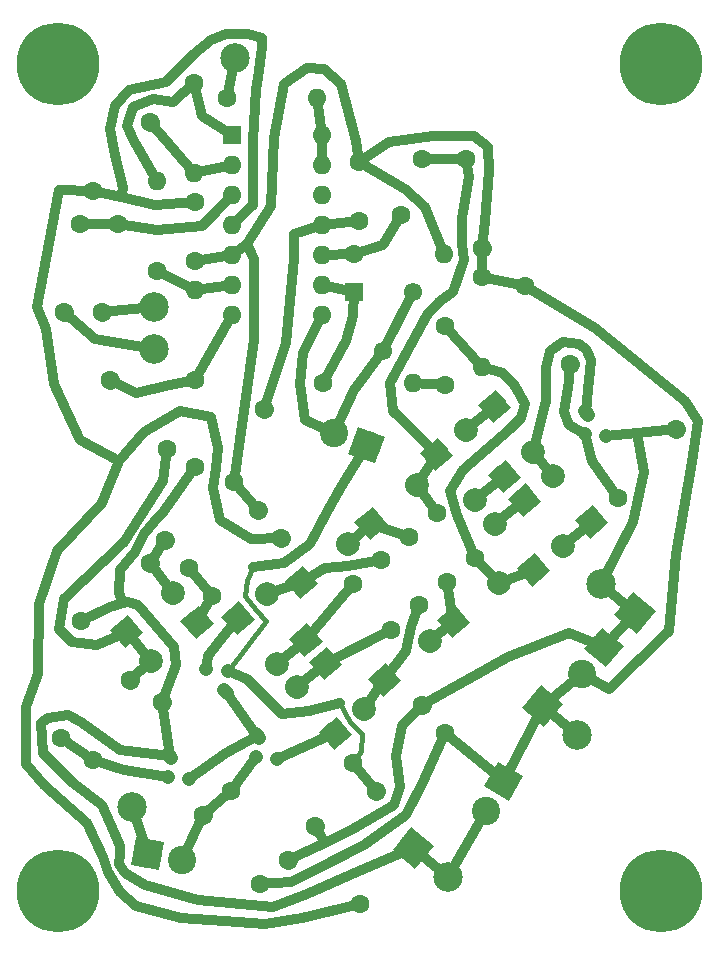
<source format=gbr>
G04 #@! TF.GenerationSoftware,KiCad,Pcbnew,(5.1.2-1)-1*
G04 #@! TF.CreationDate,2022-06-02T01:43:19-04:00*
G04 #@! TF.ProjectId,Diode VCF -  Hyperreal,44696f64-6520-4564-9346-202d20204879,rev?*
G04 #@! TF.SameCoordinates,Original*
G04 #@! TF.FileFunction,Copper,L2,Bot*
G04 #@! TF.FilePolarity,Positive*
%FSLAX46Y46*%
G04 Gerber Fmt 4.6, Leading zero omitted, Abs format (unit mm)*
G04 Created by KiCad (PCBNEW (5.1.2-1)-1) date 2022-06-02 01:43:19*
%MOMM*%
%LPD*%
G04 APERTURE LIST*
%ADD10C,7.000000*%
%ADD11C,1.600000*%
%ADD12C,1.600000*%
%ADD13C,2.400000*%
%ADD14C,0.100000*%
%ADD15C,2.000000*%
%ADD16C,2.000000*%
%ADD17C,2.499360*%
%ADD18C,1.200000*%
%ADD19C,1.200000*%
%ADD20O,1.600000X1.600000*%
%ADD21C,1.550000*%
%ADD22R,1.550000X1.550000*%
%ADD23R,1.600000X1.600000*%
%ADD24C,0.812800*%
%ADD25C,0.406400*%
G04 APERTURE END LIST*
D10*
X16000000Y-86000000D03*
X67000000Y-86000000D03*
X67000000Y-16000000D03*
X16000000Y-16000000D03*
D11*
X33407259Y-45231958D03*
D12*
X33407259Y-45231958D02*
X33407259Y-45231958D01*
D11*
X27570000Y-50130000D03*
X37690000Y-80540886D03*
D12*
X37690000Y-80540886D02*
X37690000Y-80540886D01*
D11*
X41500000Y-87140000D03*
D13*
X26427248Y-83341303D03*
X23550624Y-82834077D03*
D14*
G36*
X22160477Y-83807468D02*
G01*
X22577233Y-81443930D01*
X24940771Y-81860686D01*
X24524015Y-84224224D01*
X22160477Y-83807468D01*
X22160477Y-83807468D01*
G37*
D11*
X48060818Y-53999766D03*
X51274756Y-57829988D03*
X48920534Y-59831521D03*
X45706596Y-56001299D03*
X46538137Y-61830590D03*
X43324199Y-58000368D03*
X40909924Y-60039238D03*
X44123862Y-63869460D03*
X48690000Y-43150000D03*
X48690000Y-38150000D03*
X46750101Y-24051537D03*
X45040000Y-28750000D03*
D13*
X42082780Y-48261894D03*
D14*
G36*
X43620835Y-47544687D02*
G01*
X42799987Y-49799949D01*
X40544725Y-48979101D01*
X41365573Y-46723839D01*
X43620835Y-47544687D01*
X43620835Y-47544687D01*
G37*
D13*
X39337937Y-47262853D03*
D11*
X27560000Y-32640000D03*
X27560000Y-27640000D03*
X41480000Y-24280000D03*
X41480000Y-29280000D03*
D13*
X60287935Y-67628047D03*
X62165517Y-65390431D03*
D14*
G36*
X62017609Y-63699833D02*
G01*
X63856115Y-65242523D01*
X62313425Y-67081029D01*
X60474919Y-65538339D01*
X62017609Y-63699833D01*
X62017609Y-63699833D01*
G37*
D13*
X53682905Y-76706607D03*
D14*
G36*
X53243675Y-75067377D02*
G01*
X55322135Y-76267377D01*
X54122135Y-78345837D01*
X52043675Y-77145837D01*
X53243675Y-75067377D01*
X53243675Y-75067377D01*
G37*
D13*
X52222405Y-79236267D03*
D15*
X21769157Y-64064395D03*
D14*
G36*
X21645900Y-65473227D02*
G01*
X20360325Y-63941138D01*
X21892414Y-62655563D01*
X23177989Y-64187652D01*
X21645900Y-65473227D01*
X21645900Y-65473227D01*
G37*
D15*
X25660663Y-60799034D03*
D16*
X25660663Y-60799034D02*
X25660663Y-60799034D01*
D15*
X27730439Y-63265697D03*
D14*
G36*
X27853696Y-61856865D02*
G01*
X29139271Y-63388954D01*
X27607182Y-64674529D01*
X26321607Y-63142440D01*
X27853696Y-61856865D01*
X27853696Y-61856865D01*
G37*
D15*
X23838933Y-66531058D03*
D16*
X23838933Y-66531058D02*
X23838933Y-66531058D01*
D15*
X57874519Y-50869233D03*
D16*
X57874519Y-50869233D02*
X57874519Y-50869233D01*
D15*
X61139880Y-54760739D03*
D14*
G36*
X62548712Y-54883996D02*
G01*
X61016623Y-56169571D01*
X59731048Y-54637482D01*
X61263137Y-53351907D01*
X62548712Y-54883996D01*
X62548712Y-54883996D01*
G37*
D15*
X55438499Y-52913297D03*
D14*
G36*
X54029667Y-52790040D02*
G01*
X55561756Y-51504465D01*
X56847331Y-53036554D01*
X55315242Y-54322129D01*
X54029667Y-52790040D01*
X54029667Y-52790040D01*
G37*
D15*
X58703860Y-56804803D03*
D16*
X58703860Y-56804803D02*
X58703860Y-56804803D01*
D15*
X56234467Y-58824655D03*
D14*
G36*
X57643299Y-58947912D02*
G01*
X56111210Y-60233487D01*
X54825635Y-58701398D01*
X56357724Y-57415823D01*
X57643299Y-58947912D01*
X57643299Y-58947912D01*
G37*
D15*
X52969106Y-54933149D03*
D16*
X52969106Y-54933149D02*
X52969106Y-54933149D01*
D15*
X53320225Y-59925424D03*
D16*
X53320225Y-59925424D02*
X53320225Y-59925424D01*
D15*
X49428719Y-63190785D03*
D14*
G36*
X49305462Y-64599617D02*
G01*
X48019887Y-63067528D01*
X49551976Y-61781953D01*
X50837551Y-63314042D01*
X49305462Y-64599617D01*
X49305462Y-64599617D01*
G37*
D15*
X47463948Y-64878587D03*
D16*
X47463948Y-64878587D02*
X47463948Y-64878587D01*
D15*
X43572442Y-68143948D03*
D14*
G36*
X43449185Y-69552780D02*
G01*
X42163610Y-68020691D01*
X43695699Y-66735116D01*
X44981274Y-68267205D01*
X43449185Y-69552780D01*
X43449185Y-69552780D01*
G37*
D15*
X41899748Y-70630993D03*
D16*
X41899748Y-70630993D02*
X41899748Y-70630993D01*
D15*
X38634387Y-66739487D03*
D14*
G36*
X37225555Y-66616230D02*
G01*
X38757644Y-65330655D01*
X40043219Y-66862744D01*
X38511130Y-68148319D01*
X37225555Y-66616230D01*
X37225555Y-66616230D01*
G37*
D15*
X36185508Y-68768230D03*
D16*
X36185508Y-68768230D02*
X36185508Y-68768230D01*
D15*
X39450869Y-72659736D03*
D14*
G36*
X40859701Y-72782993D02*
G01*
X39327612Y-74068568D01*
X38042037Y-72536479D01*
X39574126Y-71250904D01*
X40859701Y-72782993D01*
X40859701Y-72782993D01*
G37*
D15*
X52918628Y-44963031D03*
D14*
G36*
X51509796Y-44839774D02*
G01*
X53041885Y-43554199D01*
X54327460Y-45086288D01*
X52795371Y-46371863D01*
X51509796Y-44839774D01*
X51509796Y-44839774D01*
G37*
D15*
X56183989Y-48854537D03*
D16*
X56183989Y-48854537D02*
X56183989Y-48854537D01*
D15*
X50469750Y-46991774D03*
D16*
X50469750Y-46991774D02*
X50469750Y-46991774D01*
D15*
X53735111Y-50883280D03*
D14*
G36*
X55143943Y-51006537D02*
G01*
X53611854Y-52292112D01*
X52326279Y-50760023D01*
X53858368Y-49474448D01*
X55143943Y-51006537D01*
X55143943Y-51006537D01*
G37*
D15*
X51297858Y-52941433D03*
D16*
X51297858Y-52941433D02*
X51297858Y-52941433D01*
D15*
X48032497Y-49049927D03*
D14*
G36*
X46623665Y-48926670D02*
G01*
X48155754Y-47641095D01*
X49441329Y-49173184D01*
X47909240Y-50458759D01*
X46623665Y-48926670D01*
X46623665Y-48926670D01*
G37*
D15*
X42467329Y-54894523D03*
D14*
G36*
X42344072Y-56303355D02*
G01*
X41058497Y-54771266D01*
X42590586Y-53485691D01*
X43876161Y-55017780D01*
X42344072Y-56303355D01*
X42344072Y-56303355D01*
G37*
D15*
X46358835Y-51629162D03*
D16*
X46358835Y-51629162D02*
X46358835Y-51629162D01*
D15*
X40487237Y-56595181D03*
D16*
X40487237Y-56595181D02*
X40487237Y-56595181D01*
D15*
X36595731Y-59860542D03*
D14*
G36*
X36472474Y-61269374D02*
G01*
X35186899Y-59737285D01*
X36718988Y-58451710D01*
X38004563Y-59983799D01*
X36472474Y-61269374D01*
X36472474Y-61269374D01*
G37*
D15*
X36947817Y-64760627D03*
D14*
G36*
X38356649Y-64883884D02*
G01*
X36824560Y-66169459D01*
X35538985Y-64637370D01*
X37071074Y-63351795D01*
X38356649Y-64883884D01*
X38356649Y-64883884D01*
G37*
D15*
X33682456Y-60869121D03*
D16*
X33682456Y-60869121D02*
X33682456Y-60869121D01*
D15*
X31197744Y-62901827D03*
D14*
G36*
X29788912Y-62778570D02*
G01*
X31321001Y-61492995D01*
X32606576Y-63025084D01*
X31074487Y-64310659D01*
X29788912Y-62778570D01*
X29788912Y-62778570D01*
G37*
D15*
X34463105Y-66793333D03*
D16*
X34463105Y-66793333D02*
X34463105Y-66793333D01*
D17*
X24100000Y-36520000D03*
X22224113Y-78903693D03*
X30930000Y-15480000D03*
X64820000Y-62470000D03*
D14*
G36*
X66580589Y-62315968D02*
G01*
X64974032Y-64230589D01*
X63059411Y-62624032D01*
X64665968Y-60709411D01*
X66580589Y-62315968D01*
X66580589Y-62315968D01*
G37*
D17*
X61901371Y-60020979D03*
X59899999Y-72800000D03*
X56981370Y-70350979D03*
D14*
G36*
X55220781Y-70505011D02*
G01*
X56827338Y-68590390D01*
X58741959Y-70196947D01*
X57135402Y-72111568D01*
X55220781Y-70505011D01*
X55220781Y-70505011D01*
G37*
D17*
X46040000Y-82380000D03*
D14*
G36*
X44279411Y-82534032D02*
G01*
X45885968Y-80619411D01*
X47800589Y-82225968D01*
X46194032Y-84140589D01*
X44279411Y-82534032D01*
X44279411Y-82534032D01*
G37*
D17*
X48958629Y-84829021D03*
X24070000Y-40150000D03*
D18*
X60704008Y-45544790D03*
D19*
X60575450Y-45391581D02*
X60832566Y-45697999D01*
D18*
X60547472Y-47334007D03*
D19*
X60547472Y-47334007D02*
X60547472Y-47334007D01*
D18*
X62336689Y-47490543D03*
D19*
X62336689Y-47490543D02*
X62336689Y-47490543D01*
D18*
X32846099Y-72862682D03*
D19*
X32717541Y-72709473D02*
X32974657Y-73015891D01*
D18*
X32689563Y-74651899D03*
D19*
X32689563Y-74651899D02*
X32689563Y-74651899D01*
D18*
X34478780Y-74808435D03*
D19*
X34478780Y-74808435D02*
X34478780Y-74808435D01*
D18*
X28523477Y-67182237D03*
D19*
X28523477Y-67182237D02*
X28523477Y-67182237D01*
D18*
X30312694Y-67338773D03*
D19*
X30312694Y-67338773D02*
X30312694Y-67338773D01*
D18*
X30156158Y-69127990D03*
D19*
X30284716Y-69281199D02*
X30027600Y-68974781D01*
D18*
X27053293Y-76522449D03*
D19*
X27053293Y-76522449D02*
X27053293Y-76522449D01*
D18*
X25264076Y-76365913D03*
D19*
X25264076Y-76365913D02*
X25264076Y-76365913D01*
D18*
X25420612Y-74576696D03*
D19*
X25292054Y-74423487D02*
X25549170Y-74729905D01*
D11*
X19716801Y-37004235D03*
D12*
X19716801Y-37004235D02*
X19716801Y-37004235D01*
D11*
X21040000Y-29500000D03*
X17810000Y-29510000D03*
X16486801Y-37014235D03*
D12*
X16486801Y-37014235D02*
X16486801Y-37014235D01*
D11*
X23788042Y-20912741D03*
D12*
X23788042Y-20912741D02*
X23788042Y-20912741D01*
D11*
X18890000Y-26750000D03*
X27490000Y-17620000D03*
D20*
X27490000Y-25240000D03*
X24310000Y-25930000D03*
D11*
X24310000Y-33550000D03*
D20*
X27520000Y-35100000D03*
D11*
X27520000Y-42720000D03*
X25220000Y-48590000D03*
X20321958Y-42752741D03*
D12*
X20321958Y-42752741D02*
X20321958Y-42752741D01*
D11*
X30856501Y-51387282D03*
X25019242Y-56285324D03*
D12*
X25019242Y-56285324D02*
X25019242Y-56285324D01*
D11*
X23782663Y-58249776D03*
D12*
X23782663Y-58249776D02*
X23782663Y-58249776D01*
D11*
X17945404Y-63147818D03*
X34835356Y-56129098D03*
D12*
X34835356Y-56129098D02*
X34835356Y-56129098D01*
D11*
X28998097Y-61027140D03*
X27013115Y-58645973D03*
X32850374Y-53747931D03*
D12*
X32850374Y-53747931D02*
X32850374Y-53747931D01*
D11*
X22090415Y-68180995D03*
D12*
X22090415Y-68180995D02*
X22090415Y-68180995D01*
D11*
X16253156Y-73079037D03*
X68254960Y-46867355D03*
D12*
X68254960Y-46867355D02*
X68254960Y-46867355D01*
D11*
X63356918Y-52704614D03*
X59280000Y-41369114D03*
D12*
X59280000Y-41369114D02*
X59280000Y-41369114D01*
D11*
X55470000Y-34770000D03*
X30567632Y-77568115D03*
X35465674Y-83405374D03*
D12*
X35465674Y-83405374D02*
X35465674Y-83405374D01*
D11*
X33098597Y-85391586D03*
X28200555Y-79554327D03*
D12*
X28200555Y-79554327D02*
X28200555Y-79554327D01*
D11*
X18952057Y-74926423D03*
X24789316Y-70028381D03*
D12*
X24789316Y-70028381D02*
X24789316Y-70028381D01*
D11*
X46763996Y-70282869D03*
D12*
X46763996Y-70282869D02*
X46763996Y-70282869D01*
D11*
X40926737Y-75180911D03*
X48748977Y-72664035D03*
X42911718Y-77562077D03*
D12*
X42911718Y-77562077D02*
X42911718Y-77562077D01*
D11*
X50540000Y-24030000D03*
X51863199Y-31534235D03*
D12*
X51863199Y-31534235D02*
X51863199Y-31534235D01*
D11*
X51840000Y-34040000D03*
D20*
X51840000Y-41660000D03*
X46010000Y-42990000D03*
D11*
X38390000Y-42990000D03*
D20*
X48620000Y-32110000D03*
D11*
X41000000Y-32110000D03*
X30230000Y-18830000D03*
D20*
X37850000Y-18830000D03*
D21*
X45980000Y-35290000D03*
D22*
X40980000Y-35290000D03*
D21*
X43480000Y-40290000D03*
D23*
X30710000Y-22010000D03*
D20*
X38330000Y-37250000D03*
X30710000Y-24550000D03*
X38330000Y-34710000D03*
X30710000Y-27090000D03*
X38330000Y-32170000D03*
X30710000Y-29630000D03*
X38330000Y-29630000D03*
X30710000Y-32170000D03*
X38330000Y-27090000D03*
X30710000Y-34710000D03*
X38330000Y-24550000D03*
X30710000Y-37250000D03*
X38330000Y-22010000D03*
D24*
X26427248Y-83341303D02*
X28200555Y-79554327D01*
X28200555Y-79554327D02*
X30567632Y-77568115D01*
X30567632Y-77568115D02*
X32689563Y-74651899D01*
X22224113Y-78903693D02*
X23550624Y-82834077D01*
X48060818Y-53999766D02*
X46358835Y-51629162D01*
X46358835Y-51629162D02*
X48032497Y-49049927D01*
X46750101Y-24051537D02*
X50540000Y-24030000D01*
X48032497Y-49049927D02*
X44320000Y-45400000D01*
X44320000Y-45400000D02*
X44060000Y-43020000D01*
X44060000Y-43020000D02*
X45120000Y-41110000D01*
X45120000Y-41110000D02*
X47200000Y-37210000D01*
X47200000Y-37210000D02*
X48270000Y-36060000D01*
X48270000Y-36060000D02*
X49400000Y-35270000D01*
X49400000Y-35270000D02*
X50350000Y-32620000D01*
X50350000Y-32620000D02*
X50140000Y-31260000D01*
X50140000Y-31260000D02*
X50190000Y-29060000D01*
X50190000Y-29060000D02*
X50730000Y-25530000D01*
X50730000Y-25530000D02*
X50540000Y-24030000D01*
X51274756Y-57829988D02*
X53320225Y-59925424D01*
X53320225Y-59925424D02*
X56234467Y-58824655D01*
X48690000Y-38150000D02*
X51840000Y-41660000D01*
X51274756Y-57829988D02*
X49750000Y-54170000D01*
X49750000Y-54170000D02*
X49170000Y-52100000D01*
X49170000Y-52100000D02*
X50210000Y-50330000D01*
X50210000Y-50330000D02*
X54250000Y-46910000D01*
X54250000Y-46910000D02*
X55170000Y-45940000D01*
X55170000Y-45940000D02*
X55480000Y-44750000D01*
X55480000Y-44750000D02*
X54660000Y-43230000D01*
X54660000Y-43230000D02*
X53620000Y-42150000D01*
X53620000Y-42150000D02*
X51840000Y-41660000D01*
X48920534Y-59831521D02*
X49428719Y-63190785D01*
X47463948Y-64878587D02*
X49428719Y-63190785D01*
X40487237Y-56595181D02*
X42467329Y-54894523D01*
X42467329Y-54894523D02*
X45706596Y-56001299D01*
X46538137Y-61830590D02*
X45880000Y-63680000D01*
X45880000Y-63680000D02*
X45460000Y-65670000D01*
X45460000Y-65670000D02*
X43572442Y-68143948D01*
X43572442Y-68143948D02*
X41899748Y-70630993D01*
X43324199Y-58000368D02*
X40480000Y-58500000D01*
X40480000Y-58500000D02*
X38560000Y-58640000D01*
X38560000Y-58640000D02*
X36595731Y-59860542D01*
X36595731Y-59860542D02*
X33682456Y-60869121D01*
X40909924Y-60039238D02*
X36947817Y-64760627D01*
X36947817Y-64760627D02*
X34463105Y-66793333D01*
X36185508Y-68768230D02*
X38634387Y-66739487D01*
X38634387Y-66739487D02*
X44123862Y-63869460D01*
X48690000Y-43150000D02*
X46010000Y-42990000D01*
X41000000Y-32110000D02*
X38330000Y-32170000D01*
X41000000Y-32110000D02*
X43440000Y-31330000D01*
X43440000Y-31330000D02*
X45040000Y-28750000D01*
X42911718Y-77562077D02*
X40926737Y-75180911D01*
D25*
X30312694Y-67338773D02*
X33610000Y-63160000D01*
X33610000Y-63160000D02*
X32700000Y-62200000D01*
X32700000Y-62200000D02*
X31790000Y-61030000D01*
X31790000Y-61030000D02*
X31920000Y-59640000D01*
X31920000Y-59640000D02*
X32510000Y-58540000D01*
D24*
X32510000Y-58540000D02*
X35100000Y-58210000D01*
X35100000Y-58210000D02*
X37260000Y-56630000D01*
X37260000Y-56630000D02*
X38750000Y-53890000D01*
X38750000Y-53890000D02*
X39910000Y-51790000D01*
X39910000Y-51790000D02*
X42082780Y-48261894D01*
X30312694Y-67338773D02*
X32000000Y-68090000D01*
X32000000Y-68090000D02*
X34940000Y-71060000D01*
X34940000Y-71060000D02*
X37180000Y-70770000D01*
X37180000Y-70770000D02*
X39840000Y-70070000D01*
D25*
X39840000Y-70070000D02*
X40260000Y-70950000D01*
X40260000Y-70950000D02*
X40700000Y-71690000D01*
X40700000Y-71690000D02*
X41270000Y-72260000D01*
X41688541Y-72731459D02*
X41570714Y-74150714D01*
X41570714Y-74150714D02*
X40926737Y-75180911D01*
X41270000Y-72260000D02*
X41688541Y-72731459D01*
D24*
X43480000Y-40290000D02*
X45980000Y-35290000D01*
X43480000Y-40290000D02*
X41060000Y-43570000D01*
X41060000Y-43570000D02*
X39337937Y-47262853D01*
X39337937Y-47262853D02*
X36840000Y-46150000D01*
X36840000Y-46150000D02*
X36430000Y-43110000D01*
X36430000Y-43110000D02*
X36700000Y-40430000D01*
X36700000Y-40430000D02*
X38330000Y-37250000D01*
X32850374Y-53747931D02*
X30856501Y-51387282D01*
X60287935Y-67628047D02*
X56981370Y-70350979D01*
X56981370Y-70350979D02*
X59899999Y-72800000D01*
X53682905Y-76706607D02*
X56981370Y-70350979D01*
X53682905Y-76706607D02*
X48748977Y-72664035D01*
X30710000Y-32170000D02*
X27560000Y-32640000D01*
X48620000Y-32110000D02*
X47000000Y-28090000D01*
X47000000Y-28090000D02*
X45360000Y-26550000D01*
X45360000Y-26550000D02*
X41480000Y-24280000D01*
X51863199Y-31534235D02*
X51840000Y-34040000D01*
X55470000Y-34770000D02*
X51840000Y-34040000D01*
X48748977Y-72664035D02*
X46880000Y-76770000D01*
X46880000Y-76770000D02*
X45420000Y-79550000D01*
X45420000Y-79550000D02*
X41860000Y-82150000D01*
X41860000Y-82150000D02*
X37590000Y-84300000D01*
X37590000Y-84300000D02*
X35690000Y-85270000D01*
X35690000Y-85270000D02*
X33098597Y-85391586D01*
X32520000Y-32500000D02*
X31960201Y-31260201D01*
X30856501Y-51387282D02*
X32520000Y-39360000D01*
X32520000Y-39360000D02*
X32520000Y-32500000D01*
X30710000Y-32170000D02*
X31960201Y-31260201D01*
X31960201Y-31260201D02*
X33980000Y-27990000D01*
X33980000Y-27990000D02*
X34250000Y-22220000D01*
X34250000Y-22220000D02*
X35130000Y-17640000D01*
X35130000Y-17640000D02*
X37070000Y-16300000D01*
X37070000Y-16300000D02*
X38460000Y-16390000D01*
X38460000Y-16390000D02*
X39940000Y-17690000D01*
X39940000Y-17690000D02*
X41180000Y-22540000D01*
X41180000Y-22540000D02*
X41480000Y-24280000D01*
X60287935Y-67628047D02*
X62600000Y-68880000D01*
X62600000Y-68880000D02*
X67680000Y-64030000D01*
X67680000Y-64030000D02*
X68260000Y-57440000D01*
X68260000Y-57440000D02*
X69640000Y-49700000D01*
X69640000Y-49700000D02*
X70180000Y-46220000D01*
X70180000Y-46220000D02*
X69010000Y-44520000D01*
X69010000Y-44520000D02*
X61390000Y-38300000D01*
X61390000Y-38300000D02*
X55470000Y-34770000D01*
X41480000Y-24280000D02*
X43970000Y-22610000D01*
X43970000Y-22610000D02*
X47750000Y-22100000D01*
X47750000Y-22100000D02*
X51150000Y-22100000D01*
X51150000Y-22100000D02*
X52380000Y-23000000D01*
X52380000Y-23000000D02*
X52490000Y-25050000D01*
X52490000Y-25050000D02*
X52100000Y-29310000D01*
X52100000Y-29310000D02*
X51863199Y-31534235D01*
X62165517Y-65390431D02*
X64820000Y-62470000D01*
X64820000Y-62470000D02*
X61901371Y-60020979D01*
X27560000Y-27640000D02*
X24140000Y-27910000D01*
X61901371Y-60020979D02*
X64680000Y-54760000D01*
X64680000Y-54760000D02*
X65610000Y-50530000D01*
X65610000Y-50530000D02*
X64966359Y-47213641D01*
X64966359Y-47213641D02*
X68254960Y-46867355D01*
X62336689Y-47490543D02*
X64966359Y-47213641D01*
X46763996Y-70282869D02*
X54100000Y-66160000D01*
X54100000Y-66160000D02*
X59250000Y-64140000D01*
X59250000Y-64140000D02*
X62165517Y-65390431D01*
X40930000Y-80780000D02*
X44370000Y-78710000D01*
X44370000Y-78710000D02*
X44940000Y-77170000D01*
X44940000Y-77170000D02*
X44590000Y-74570000D01*
X44590000Y-74570000D02*
X45120000Y-72060000D01*
X45120000Y-72060000D02*
X46763996Y-70282869D01*
X34835356Y-56129098D02*
X32320000Y-56190000D01*
X17860000Y-47830000D02*
X15600000Y-43080000D01*
X15600000Y-43080000D02*
X14920000Y-38450000D01*
X14920000Y-38450000D02*
X14220000Y-36560000D01*
X14220000Y-36560000D02*
X16030000Y-26620000D01*
X16030000Y-26620000D02*
X18890000Y-26750000D01*
X30710000Y-29630000D02*
X32500000Y-27910000D01*
X32500000Y-27910000D02*
X32500000Y-22490000D01*
X32500000Y-22490000D02*
X32750000Y-18130000D01*
X32750000Y-18130000D02*
X32890000Y-17180000D01*
X32890000Y-17180000D02*
X33190000Y-14590000D01*
X33190000Y-14590000D02*
X33190000Y-13760000D01*
X33190000Y-13760000D02*
X32040000Y-13440000D01*
X32040000Y-13440000D02*
X30190000Y-13440000D01*
X30190000Y-13440000D02*
X28890000Y-13990000D01*
X28890000Y-13990000D02*
X27460000Y-15150000D01*
X27460000Y-15150000D02*
X25060000Y-17500000D01*
X25060000Y-17500000D02*
X22010000Y-18150000D01*
X22010000Y-18150000D02*
X20810000Y-19540000D01*
X20810000Y-19540000D02*
X20390000Y-21480000D01*
X20390000Y-21480000D02*
X20810000Y-23650000D01*
X20810000Y-23650000D02*
X21450000Y-26510000D01*
X21322528Y-27287472D02*
X18890000Y-26750000D01*
X21450000Y-26510000D02*
X21322528Y-27287472D01*
X24140000Y-27910000D02*
X21322528Y-27287472D01*
X37690000Y-80540886D02*
X38559111Y-81919111D01*
X38559111Y-81919111D02*
X40930000Y-80780000D01*
X35465674Y-83405374D02*
X38559111Y-81919111D01*
X41500000Y-87140000D02*
X36580000Y-88270000D01*
X36580000Y-88270000D02*
X33520000Y-88780000D01*
X33520000Y-88780000D02*
X30050000Y-88530000D01*
X18440000Y-80210000D02*
X14800000Y-77040000D01*
X14800000Y-77040000D02*
X13290000Y-75220000D01*
X13290000Y-75220000D02*
X13290000Y-70390000D01*
X15880000Y-57210000D02*
X19660000Y-53130000D01*
X19660000Y-53130000D02*
X21118395Y-49561605D01*
X21118395Y-49561605D02*
X17860000Y-47830000D01*
X15880000Y-57210000D02*
X14340000Y-61680000D01*
X14340000Y-61680000D02*
X14270000Y-67660000D01*
X14270000Y-67660000D02*
X13290000Y-70390000D01*
X21118395Y-49561605D02*
X23220000Y-47130000D01*
X23220000Y-47130000D02*
X26320000Y-45360000D01*
X26320000Y-45360000D02*
X28930000Y-45900000D01*
X28930000Y-45900000D02*
X29470000Y-48460000D01*
X29470000Y-48460000D02*
X29360000Y-50210000D01*
X29360000Y-50210000D02*
X29040000Y-51900000D01*
X29040000Y-51900000D02*
X29670000Y-54580000D01*
X29670000Y-54580000D02*
X32320000Y-56190000D01*
X18440000Y-80210000D02*
X19810000Y-83140000D01*
X19810000Y-83140000D02*
X20220000Y-84390000D01*
X20220000Y-84390000D02*
X21180000Y-86080000D01*
X21180000Y-86080000D02*
X22590000Y-87250000D01*
X22590000Y-87250000D02*
X26350000Y-88300000D01*
X26350000Y-88300000D02*
X30050000Y-88530000D01*
X24789316Y-70028381D02*
X25990000Y-66840000D01*
X25990000Y-66840000D02*
X25770000Y-65310000D01*
X25770000Y-65310000D02*
X22690000Y-61830000D01*
X22690000Y-61830000D02*
X21860000Y-61560000D01*
X20360000Y-61930000D02*
X17945404Y-63147818D01*
X25420612Y-74576696D02*
X24789316Y-70028381D01*
X52222405Y-79236267D02*
X48958629Y-84829021D01*
X48958629Y-84829021D02*
X46040000Y-82380000D01*
X38330000Y-29630000D02*
X41480000Y-29280000D01*
X25420612Y-74576696D02*
X21220000Y-74060000D01*
X21220000Y-74060000D02*
X17890000Y-71690000D01*
X17890000Y-71690000D02*
X16790000Y-71140000D01*
X16790000Y-71140000D02*
X15100000Y-71320000D01*
X15100000Y-71320000D02*
X14550000Y-71780000D01*
X14550000Y-71780000D02*
X14650000Y-74330000D01*
X14650000Y-74330000D02*
X17200000Y-76890000D01*
X17200000Y-76890000D02*
X19670000Y-78720000D01*
X19670000Y-78720000D02*
X20720000Y-81050000D01*
X27800000Y-86800000D02*
X34190000Y-87350000D01*
X34190000Y-87350000D02*
X37020000Y-86290000D01*
X37020000Y-86290000D02*
X41470000Y-84300000D01*
X41470000Y-84300000D02*
X46040000Y-82380000D01*
X33407259Y-45231958D02*
X35230000Y-39630000D01*
X35230000Y-39630000D02*
X35980000Y-32500000D01*
X35980000Y-32500000D02*
X35980000Y-30370000D01*
X35980000Y-30370000D02*
X38330000Y-29630000D01*
X27570000Y-50130000D02*
X24970000Y-53820000D01*
X24970000Y-53820000D02*
X24070000Y-54770000D01*
X24070000Y-54770000D02*
X23280000Y-55810000D01*
X23280000Y-55810000D02*
X22480000Y-57310000D01*
X22480000Y-57310000D02*
X21180000Y-58830000D01*
X21180000Y-58830000D02*
X21110000Y-60770000D01*
X21110000Y-60770000D02*
X21450909Y-61660909D01*
X21450909Y-61660909D02*
X20360000Y-61930000D01*
X21860000Y-61560000D02*
X21450909Y-61660909D01*
X27800000Y-86800000D02*
X23330000Y-85460000D01*
X23330000Y-85460000D02*
X21660000Y-84520000D01*
X21660000Y-84520000D02*
X21110000Y-83690000D01*
X21110000Y-83690000D02*
X21220000Y-82880000D01*
X21220000Y-82880000D02*
X21180000Y-82230000D01*
X21180000Y-82230000D02*
X20720000Y-81050000D01*
X23838933Y-66531058D02*
X21769157Y-64064395D01*
X23838933Y-66531058D02*
X22090415Y-68180995D01*
X21769157Y-64064395D02*
X19250000Y-65140000D01*
X19250000Y-65140000D02*
X17120000Y-64900000D01*
X17120000Y-64900000D02*
X16030000Y-63850000D01*
X16030000Y-63850000D02*
X16460000Y-61250000D01*
X16460000Y-61250000D02*
X21580000Y-56460000D01*
X21580000Y-56460000D02*
X24850000Y-51330000D01*
X25220000Y-48590000D02*
X24850000Y-51330000D01*
X25660663Y-60799034D02*
X23782663Y-58249776D01*
X23782663Y-58249776D02*
X25019242Y-56285324D01*
X27013115Y-58645973D02*
X28998097Y-61027140D01*
X28998097Y-61027140D02*
X27730439Y-63265697D01*
X57874519Y-50869233D02*
X56183989Y-48854537D01*
X56183989Y-48854537D02*
X57300000Y-44500000D01*
X57300000Y-44500000D02*
X57300000Y-41750000D01*
X57300000Y-41750000D02*
X57650000Y-40320000D01*
X57650000Y-40320000D02*
X58730000Y-39500000D01*
X58730000Y-39500000D02*
X60110000Y-39680000D01*
X60110000Y-39680000D02*
X60690000Y-40120000D01*
X60690000Y-40120000D02*
X61070000Y-41050000D01*
X61070000Y-41050000D02*
X60960000Y-41990000D01*
X60960000Y-41990000D02*
X60870000Y-43480000D01*
X60870000Y-43480000D02*
X60704008Y-45544790D01*
X58703860Y-56804803D02*
X61139880Y-54760739D01*
X55438499Y-52913297D02*
X52969106Y-54933149D01*
X34478780Y-74808435D02*
X39450869Y-72659736D01*
X52918628Y-44963031D02*
X50469750Y-46991774D01*
X51297858Y-52941433D02*
X53735111Y-50883280D01*
X31197744Y-62901827D02*
X29540000Y-65000000D01*
X29540000Y-65000000D02*
X28660000Y-66130000D01*
X28660000Y-66130000D02*
X28523477Y-67182237D01*
X24100000Y-36520000D02*
X19716801Y-37004235D01*
X30230000Y-18830000D02*
X30930000Y-15480000D01*
X24070000Y-40150000D02*
X19130000Y-39300000D01*
X19130000Y-39300000D02*
X16486801Y-37014235D01*
X63356918Y-52704614D02*
X61150000Y-49630000D01*
X61150000Y-49630000D02*
X60547472Y-47334007D01*
X60547472Y-47334007D02*
X59260000Y-46520000D01*
X59260000Y-46520000D02*
X58820000Y-45470000D01*
X58820000Y-45470000D02*
X59230000Y-42840000D01*
X59230000Y-42840000D02*
X59280000Y-41369114D01*
X27053293Y-76522449D02*
X30150000Y-74350000D01*
X30150000Y-74350000D02*
X32846099Y-72862682D01*
X32846099Y-72862682D02*
X30156158Y-69127990D01*
X18952057Y-74926423D02*
X16253156Y-73079037D01*
X18952057Y-74926423D02*
X21540000Y-75780000D01*
X21540000Y-75780000D02*
X25264076Y-76365913D01*
X17810000Y-29510000D02*
X21040000Y-29500000D01*
X21040000Y-29500000D02*
X24360000Y-30070000D01*
X24360000Y-30070000D02*
X28140000Y-29680000D01*
X28140000Y-29680000D02*
X29240000Y-28620000D01*
X29240000Y-28620000D02*
X30710000Y-27090000D01*
X27490000Y-25240000D02*
X30710000Y-24550000D01*
X27490000Y-25240000D02*
X23788042Y-20912741D01*
X24310000Y-25930000D02*
X22430000Y-22490000D01*
X22430000Y-22490000D02*
X21830000Y-21250000D01*
X21830000Y-21250000D02*
X22340000Y-19590000D01*
X22340000Y-19590000D02*
X24010000Y-18930000D01*
X24010000Y-18930000D02*
X25690000Y-19200000D01*
X25690000Y-19200000D02*
X27490000Y-17620000D01*
X27490000Y-17620000D02*
X28190000Y-20350000D01*
X28190000Y-20350000D02*
X30710000Y-22010000D01*
X27520000Y-35100000D02*
X30710000Y-34710000D01*
X27520000Y-35100000D02*
X24310000Y-33550000D01*
X27520000Y-42720000D02*
X30710000Y-37250000D01*
X20321958Y-42752741D02*
X22550000Y-43850000D01*
X22550000Y-43850000D02*
X25470000Y-43180000D01*
X25470000Y-43180000D02*
X27520000Y-42720000D01*
X38330000Y-34710000D02*
X40980000Y-35290000D01*
X38390000Y-42990000D02*
X40300000Y-39460000D01*
X40300000Y-39460000D02*
X40950000Y-37300000D01*
X40950000Y-37300000D02*
X40980000Y-35290000D01*
X37850000Y-18830000D02*
X38330000Y-22010000D01*
X38330000Y-22010000D02*
X38330000Y-24550000D01*
M02*

</source>
